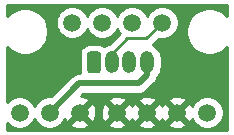
<source format=gbr>
%TF.GenerationSoftware,KiCad,Pcbnew,5.1.9-73d0e3b20d~88~ubuntu20.04.1*%
%TF.CreationDate,2020-12-29T15:59:37-08:00*%
%TF.ProjectId,ld06_adapter,6c643036-5f61-4646-9170-7465722e6b69,A*%
%TF.SameCoordinates,Original*%
%TF.FileFunction,Copper,L2,Bot*%
%TF.FilePolarity,Positive*%
%FSLAX46Y46*%
G04 Gerber Fmt 4.6, Leading zero omitted, Abs format (unit mm)*
G04 Created by KiCad (PCBNEW 5.1.9-73d0e3b20d~88~ubuntu20.04.1) date 2020-12-29 15:59:37*
%MOMM*%
%LPD*%
G01*
G04 APERTURE LIST*
%TA.AperFunction,ComponentPad*%
%ADD10C,1.520000*%
%TD*%
%TA.AperFunction,ComponentPad*%
%ADD11O,1.170000X1.870000*%
%TD*%
%TA.AperFunction,Conductor*%
%ADD12C,0.250000*%
%TD*%
%TA.AperFunction,Conductor*%
%ADD13C,0.500000*%
%TD*%
%TA.AperFunction,Conductor*%
%ADD14C,0.254000*%
%TD*%
%TA.AperFunction,Conductor*%
%ADD15C,0.100000*%
%TD*%
G04 APERTURE END LIST*
D10*
%TO.P,CN1,11*%
%TO.N,/PWM*%
X103810000Y-96190000D03*
%TO.P,CN1,10*%
%TO.N,Net-(CN1-Pad10)*%
X101270000Y-96190000D03*
%TO.P,CN1,9*%
%TO.N,Net-(CN1-Pad9)*%
X98730000Y-96190000D03*
%TO.P,CN1,8*%
%TO.N,Net-(CN1-Pad8)*%
X96190000Y-96190000D03*
%TO.P,CN1,7*%
%TO.N,/TX*%
X107620000Y-103810000D03*
%TO.P,CN1,6*%
%TO.N,/GND*%
X105080000Y-103810000D03*
%TO.P,CN1,5*%
X102540000Y-103810000D03*
%TO.P,CN1,4*%
X100000000Y-103810000D03*
%TO.P,CN1,3*%
X96825000Y-103810000D03*
%TO.P,CN1,2*%
%TO.N,/5V*%
X94285000Y-103810000D03*
%TO.P,CN1,1*%
%TO.N,Net-(CN1-Pad1)*%
X91745000Y-103810000D03*
%TD*%
D11*
%TO.P,CN2,4*%
%TO.N,/5V*%
X102544000Y-99568000D03*
%TO.P,CN2,3*%
%TO.N,/GND*%
X101044000Y-99568000D03*
%TO.P,CN2,2*%
%TO.N,/PWM*%
X99544000Y-99568000D03*
%TO.P,CN2,1*%
%TO.N,/TX*%
%TA.AperFunction,ComponentPad*%
G36*
G01*
X97459000Y-100253001D02*
X97459000Y-98882999D01*
G75*
G02*
X97708999Y-98633000I249999J0D01*
G01*
X98379001Y-98633000D01*
G75*
G02*
X98629000Y-98882999I0J-249999D01*
G01*
X98629000Y-100253001D01*
G75*
G02*
X98379001Y-100503000I-249999J0D01*
G01*
X97708999Y-100503000D01*
G75*
G02*
X97459000Y-100253001I0J249999D01*
G01*
G37*
%TD.AperFunction*%
%TD*%
D12*
%TO.N,/PWM*%
X99544000Y-99568000D02*
X99544000Y-98830000D01*
X99544000Y-98830000D02*
X100838000Y-97536000D01*
X102464000Y-97536000D02*
X103810000Y-96190000D01*
X100838000Y-97536000D02*
X102464000Y-97536000D01*
D13*
%TO.N,/GND*%
X101092000Y-99616000D02*
X101044000Y-99568000D01*
%TO.N,/5V*%
X102544000Y-99568000D02*
X102544000Y-100656000D01*
X102544000Y-100656000D02*
X101854000Y-101346000D01*
X96749000Y-101346000D02*
X94285000Y-103810000D01*
X101854000Y-101346000D02*
X96749000Y-101346000D01*
%TD*%
D14*
%TO.N,/GND*%
X109315000Y-95635285D02*
X109082864Y-95403149D01*
X108757750Y-95185915D01*
X108396503Y-95036282D01*
X108013005Y-94960000D01*
X107621995Y-94960000D01*
X107238497Y-95036282D01*
X106877250Y-95185915D01*
X106552136Y-95403149D01*
X106275649Y-95679636D01*
X106058415Y-96004750D01*
X105908782Y-96365997D01*
X105832500Y-96749495D01*
X105832500Y-97140505D01*
X105908782Y-97524003D01*
X106058415Y-97885250D01*
X106275649Y-98210364D01*
X106552136Y-98486851D01*
X106877250Y-98704085D01*
X107238497Y-98853718D01*
X107621995Y-98930000D01*
X108013005Y-98930000D01*
X108396503Y-98853718D01*
X108757750Y-98704085D01*
X109082864Y-98486851D01*
X109315000Y-98254715D01*
X109315001Y-105315000D01*
X90685000Y-105315000D01*
X90685000Y-104722828D01*
X90855739Y-104893567D01*
X91084220Y-105046233D01*
X91338093Y-105151391D01*
X91607604Y-105205000D01*
X91882396Y-105205000D01*
X92151907Y-105151391D01*
X92405780Y-105046233D01*
X92634261Y-104893567D01*
X92828567Y-104699261D01*
X92981233Y-104470780D01*
X93015000Y-104389260D01*
X93048767Y-104470780D01*
X93201433Y-104699261D01*
X93395739Y-104893567D01*
X93624220Y-105046233D01*
X93878093Y-105151391D01*
X94147604Y-105205000D01*
X94422396Y-105205000D01*
X94691907Y-105151391D01*
X94945780Y-105046233D01*
X95174261Y-104893567D01*
X95293691Y-104774137D01*
X96040469Y-104774137D01*
X96107206Y-105014025D01*
X96355892Y-105130924D01*
X96622606Y-105197061D01*
X96897097Y-105209895D01*
X97168817Y-105168931D01*
X97427326Y-105075744D01*
X97542794Y-105014025D01*
X97609531Y-104774137D01*
X99215469Y-104774137D01*
X99282206Y-105014025D01*
X99530892Y-105130924D01*
X99797606Y-105197061D01*
X100072097Y-105209895D01*
X100343817Y-105168931D01*
X100602326Y-105075744D01*
X100717794Y-105014025D01*
X100784531Y-104774137D01*
X101755469Y-104774137D01*
X101822206Y-105014025D01*
X102070892Y-105130924D01*
X102337606Y-105197061D01*
X102612097Y-105209895D01*
X102883817Y-105168931D01*
X103142326Y-105075744D01*
X103257794Y-105014025D01*
X103324531Y-104774137D01*
X104295469Y-104774137D01*
X104362206Y-105014025D01*
X104610892Y-105130924D01*
X104877606Y-105197061D01*
X105152097Y-105209895D01*
X105423817Y-105168931D01*
X105682326Y-105075744D01*
X105797794Y-105014025D01*
X105864531Y-104774137D01*
X105080000Y-103989605D01*
X104295469Y-104774137D01*
X103324531Y-104774137D01*
X102540000Y-103989605D01*
X101755469Y-104774137D01*
X100784531Y-104774137D01*
X100000000Y-103989605D01*
X99215469Y-104774137D01*
X97609531Y-104774137D01*
X96825000Y-103989605D01*
X96040469Y-104774137D01*
X95293691Y-104774137D01*
X95368567Y-104699261D01*
X95521233Y-104470780D01*
X95552830Y-104394499D01*
X95559256Y-104412326D01*
X95620975Y-104527794D01*
X95860863Y-104594531D01*
X96645395Y-103810000D01*
X97004605Y-103810000D01*
X97789137Y-104594531D01*
X98029025Y-104527794D01*
X98145924Y-104279108D01*
X98212061Y-104012394D01*
X98218153Y-103882097D01*
X98600105Y-103882097D01*
X98641069Y-104153817D01*
X98734256Y-104412326D01*
X98795975Y-104527794D01*
X99035863Y-104594531D01*
X99820395Y-103810000D01*
X100179605Y-103810000D01*
X100964137Y-104594531D01*
X101204025Y-104527794D01*
X101267332Y-104393118D01*
X101274256Y-104412326D01*
X101335975Y-104527794D01*
X101575863Y-104594531D01*
X102360395Y-103810000D01*
X102719605Y-103810000D01*
X103504137Y-104594531D01*
X103744025Y-104527794D01*
X103807332Y-104393118D01*
X103814256Y-104412326D01*
X103875975Y-104527794D01*
X104115863Y-104594531D01*
X104900395Y-103810000D01*
X105259605Y-103810000D01*
X106044137Y-104594531D01*
X106284025Y-104527794D01*
X106349600Y-104388293D01*
X106383767Y-104470780D01*
X106536433Y-104699261D01*
X106730739Y-104893567D01*
X106959220Y-105046233D01*
X107213093Y-105151391D01*
X107482604Y-105205000D01*
X107757396Y-105205000D01*
X108026907Y-105151391D01*
X108280780Y-105046233D01*
X108509261Y-104893567D01*
X108703567Y-104699261D01*
X108856233Y-104470780D01*
X108961391Y-104216907D01*
X109015000Y-103947396D01*
X109015000Y-103672604D01*
X108961391Y-103403093D01*
X108856233Y-103149220D01*
X108703567Y-102920739D01*
X108509261Y-102726433D01*
X108280780Y-102573767D01*
X108026907Y-102468609D01*
X107757396Y-102415000D01*
X107482604Y-102415000D01*
X107213093Y-102468609D01*
X106959220Y-102573767D01*
X106730739Y-102726433D01*
X106536433Y-102920739D01*
X106383767Y-103149220D01*
X106352170Y-103225501D01*
X106345744Y-103207674D01*
X106284025Y-103092206D01*
X106044137Y-103025469D01*
X105259605Y-103810000D01*
X104900395Y-103810000D01*
X104115863Y-103025469D01*
X103875975Y-103092206D01*
X103812668Y-103226882D01*
X103805744Y-103207674D01*
X103744025Y-103092206D01*
X103504137Y-103025469D01*
X102719605Y-103810000D01*
X102360395Y-103810000D01*
X101575863Y-103025469D01*
X101335975Y-103092206D01*
X101272668Y-103226882D01*
X101265744Y-103207674D01*
X101204025Y-103092206D01*
X100964137Y-103025469D01*
X100179605Y-103810000D01*
X99820395Y-103810000D01*
X99035863Y-103025469D01*
X98795975Y-103092206D01*
X98679076Y-103340892D01*
X98612939Y-103607606D01*
X98600105Y-103882097D01*
X98218153Y-103882097D01*
X98224895Y-103737903D01*
X98183931Y-103466183D01*
X98090744Y-103207674D01*
X98029025Y-103092206D01*
X97789137Y-103025469D01*
X97004605Y-103810000D01*
X96645395Y-103810000D01*
X96631252Y-103795858D01*
X96810858Y-103616252D01*
X96825000Y-103630395D01*
X97609531Y-102845863D01*
X99215469Y-102845863D01*
X100000000Y-103630395D01*
X100784531Y-102845863D01*
X101755469Y-102845863D01*
X102540000Y-103630395D01*
X103324531Y-102845863D01*
X104295469Y-102845863D01*
X105080000Y-103630395D01*
X105864531Y-102845863D01*
X105797794Y-102605975D01*
X105549108Y-102489076D01*
X105282394Y-102422939D01*
X105007903Y-102410105D01*
X104736183Y-102451069D01*
X104477674Y-102544256D01*
X104362206Y-102605975D01*
X104295469Y-102845863D01*
X103324531Y-102845863D01*
X103257794Y-102605975D01*
X103009108Y-102489076D01*
X102742394Y-102422939D01*
X102467903Y-102410105D01*
X102196183Y-102451069D01*
X101937674Y-102544256D01*
X101822206Y-102605975D01*
X101755469Y-102845863D01*
X100784531Y-102845863D01*
X100717794Y-102605975D01*
X100469108Y-102489076D01*
X100202394Y-102422939D01*
X99927903Y-102410105D01*
X99656183Y-102451069D01*
X99397674Y-102544256D01*
X99282206Y-102605975D01*
X99215469Y-102845863D01*
X97609531Y-102845863D01*
X97542794Y-102605975D01*
X97294108Y-102489076D01*
X97027394Y-102422939D01*
X96928274Y-102418305D01*
X97115579Y-102231000D01*
X101810531Y-102231000D01*
X101854000Y-102235281D01*
X101897469Y-102231000D01*
X101897477Y-102231000D01*
X102027490Y-102218195D01*
X102194313Y-102167589D01*
X102348059Y-102085411D01*
X102482817Y-101974817D01*
X102510534Y-101941044D01*
X103139049Y-101312530D01*
X103172817Y-101284817D01*
X103283411Y-101150059D01*
X103365589Y-100996313D01*
X103416195Y-100829490D01*
X103421922Y-100771346D01*
X103563301Y-100599075D01*
X103676587Y-100387133D01*
X103746348Y-100157161D01*
X103764000Y-99977934D01*
X103764000Y-99158065D01*
X103746348Y-98978838D01*
X103676587Y-98748867D01*
X103563301Y-98536925D01*
X103410844Y-98351156D01*
X103225074Y-98198699D01*
X103013132Y-98085413D01*
X102998092Y-98080851D01*
X103004001Y-98076001D01*
X103027803Y-98046998D01*
X103520131Y-97554671D01*
X103672604Y-97585000D01*
X103947396Y-97585000D01*
X104216907Y-97531391D01*
X104470780Y-97426233D01*
X104699261Y-97273567D01*
X104893567Y-97079261D01*
X105046233Y-96850780D01*
X105151391Y-96596907D01*
X105205000Y-96327396D01*
X105205000Y-96052604D01*
X105151391Y-95783093D01*
X105046233Y-95529220D01*
X104893567Y-95300739D01*
X104699261Y-95106433D01*
X104470780Y-94953767D01*
X104216907Y-94848609D01*
X103947396Y-94795000D01*
X103672604Y-94795000D01*
X103403093Y-94848609D01*
X103149220Y-94953767D01*
X102920739Y-95106433D01*
X102726433Y-95300739D01*
X102573767Y-95529220D01*
X102540000Y-95610740D01*
X102506233Y-95529220D01*
X102353567Y-95300739D01*
X102159261Y-95106433D01*
X101930780Y-94953767D01*
X101676907Y-94848609D01*
X101407396Y-94795000D01*
X101132604Y-94795000D01*
X100863093Y-94848609D01*
X100609220Y-94953767D01*
X100380739Y-95106433D01*
X100186433Y-95300739D01*
X100033767Y-95529220D01*
X100000000Y-95610740D01*
X99966233Y-95529220D01*
X99813567Y-95300739D01*
X99619261Y-95106433D01*
X99390780Y-94953767D01*
X99136907Y-94848609D01*
X98867396Y-94795000D01*
X98592604Y-94795000D01*
X98323093Y-94848609D01*
X98069220Y-94953767D01*
X97840739Y-95106433D01*
X97646433Y-95300739D01*
X97493767Y-95529220D01*
X97460000Y-95610740D01*
X97426233Y-95529220D01*
X97273567Y-95300739D01*
X97079261Y-95106433D01*
X96850780Y-94953767D01*
X96596907Y-94848609D01*
X96327396Y-94795000D01*
X96052604Y-94795000D01*
X95783093Y-94848609D01*
X95529220Y-94953767D01*
X95300739Y-95106433D01*
X95106433Y-95300739D01*
X94953767Y-95529220D01*
X94848609Y-95783093D01*
X94795000Y-96052604D01*
X94795000Y-96327396D01*
X94848609Y-96596907D01*
X94953767Y-96850780D01*
X95106433Y-97079261D01*
X95300739Y-97273567D01*
X95529220Y-97426233D01*
X95783093Y-97531391D01*
X96052604Y-97585000D01*
X96327396Y-97585000D01*
X96596907Y-97531391D01*
X96850780Y-97426233D01*
X97079261Y-97273567D01*
X97273567Y-97079261D01*
X97426233Y-96850780D01*
X97460000Y-96769260D01*
X97493767Y-96850780D01*
X97646433Y-97079261D01*
X97840739Y-97273567D01*
X98069220Y-97426233D01*
X98323093Y-97531391D01*
X98592604Y-97585000D01*
X98867396Y-97585000D01*
X99136907Y-97531391D01*
X99390780Y-97426233D01*
X99619261Y-97273567D01*
X99813567Y-97079261D01*
X99966233Y-96850780D01*
X100000000Y-96769260D01*
X100033767Y-96850780D01*
X100186433Y-97079261D01*
X100203185Y-97096013D01*
X99274276Y-98024923D01*
X99074867Y-98085413D01*
X98908578Y-98174297D01*
X98872387Y-98144595D01*
X98718851Y-98062528D01*
X98552255Y-98011992D01*
X98379001Y-97994928D01*
X97708999Y-97994928D01*
X97535745Y-98011992D01*
X97369149Y-98062528D01*
X97215613Y-98144595D01*
X97081038Y-98255038D01*
X96970595Y-98389613D01*
X96888528Y-98543149D01*
X96837992Y-98709745D01*
X96820928Y-98882999D01*
X96820928Y-100253001D01*
X96837992Y-100426255D01*
X96848532Y-100461000D01*
X96792465Y-100461000D01*
X96748999Y-100456719D01*
X96705533Y-100461000D01*
X96705523Y-100461000D01*
X96575510Y-100473805D01*
X96408687Y-100524411D01*
X96254941Y-100606589D01*
X96254939Y-100606590D01*
X96254940Y-100606590D01*
X96153953Y-100689468D01*
X96153951Y-100689470D01*
X96120183Y-100717183D01*
X96092470Y-100750951D01*
X94427422Y-102416000D01*
X94422396Y-102415000D01*
X94147604Y-102415000D01*
X93878093Y-102468609D01*
X93624220Y-102573767D01*
X93395739Y-102726433D01*
X93201433Y-102920739D01*
X93048767Y-103149220D01*
X93015000Y-103230740D01*
X92981233Y-103149220D01*
X92828567Y-102920739D01*
X92634261Y-102726433D01*
X92405780Y-102573767D01*
X92151907Y-102468609D01*
X91882396Y-102415000D01*
X91607604Y-102415000D01*
X91338093Y-102468609D01*
X91084220Y-102573767D01*
X90855739Y-102726433D01*
X90685000Y-102897172D01*
X90685000Y-98254715D01*
X90917136Y-98486851D01*
X91242250Y-98704085D01*
X91603497Y-98853718D01*
X91986995Y-98930000D01*
X92378005Y-98930000D01*
X92761503Y-98853718D01*
X93122750Y-98704085D01*
X93447864Y-98486851D01*
X93724351Y-98210364D01*
X93941585Y-97885250D01*
X94091218Y-97524003D01*
X94167500Y-97140505D01*
X94167500Y-96749495D01*
X94091218Y-96365997D01*
X93941585Y-96004750D01*
X93724351Y-95679636D01*
X93447864Y-95403149D01*
X93122750Y-95185915D01*
X92761503Y-95036282D01*
X92378005Y-94960000D01*
X91986995Y-94960000D01*
X91603497Y-95036282D01*
X91242250Y-95185915D01*
X90917136Y-95403149D01*
X90685000Y-95635285D01*
X90685000Y-94685000D01*
X109315000Y-94685000D01*
X109315000Y-95635285D01*
%TA.AperFunction,Conductor*%
D15*
G36*
X109315000Y-95635285D02*
G01*
X109082864Y-95403149D01*
X108757750Y-95185915D01*
X108396503Y-95036282D01*
X108013005Y-94960000D01*
X107621995Y-94960000D01*
X107238497Y-95036282D01*
X106877250Y-95185915D01*
X106552136Y-95403149D01*
X106275649Y-95679636D01*
X106058415Y-96004750D01*
X105908782Y-96365997D01*
X105832500Y-96749495D01*
X105832500Y-97140505D01*
X105908782Y-97524003D01*
X106058415Y-97885250D01*
X106275649Y-98210364D01*
X106552136Y-98486851D01*
X106877250Y-98704085D01*
X107238497Y-98853718D01*
X107621995Y-98930000D01*
X108013005Y-98930000D01*
X108396503Y-98853718D01*
X108757750Y-98704085D01*
X109082864Y-98486851D01*
X109315000Y-98254715D01*
X109315001Y-105315000D01*
X90685000Y-105315000D01*
X90685000Y-104722828D01*
X90855739Y-104893567D01*
X91084220Y-105046233D01*
X91338093Y-105151391D01*
X91607604Y-105205000D01*
X91882396Y-105205000D01*
X92151907Y-105151391D01*
X92405780Y-105046233D01*
X92634261Y-104893567D01*
X92828567Y-104699261D01*
X92981233Y-104470780D01*
X93015000Y-104389260D01*
X93048767Y-104470780D01*
X93201433Y-104699261D01*
X93395739Y-104893567D01*
X93624220Y-105046233D01*
X93878093Y-105151391D01*
X94147604Y-105205000D01*
X94422396Y-105205000D01*
X94691907Y-105151391D01*
X94945780Y-105046233D01*
X95174261Y-104893567D01*
X95293691Y-104774137D01*
X96040469Y-104774137D01*
X96107206Y-105014025D01*
X96355892Y-105130924D01*
X96622606Y-105197061D01*
X96897097Y-105209895D01*
X97168817Y-105168931D01*
X97427326Y-105075744D01*
X97542794Y-105014025D01*
X97609531Y-104774137D01*
X99215469Y-104774137D01*
X99282206Y-105014025D01*
X99530892Y-105130924D01*
X99797606Y-105197061D01*
X100072097Y-105209895D01*
X100343817Y-105168931D01*
X100602326Y-105075744D01*
X100717794Y-105014025D01*
X100784531Y-104774137D01*
X101755469Y-104774137D01*
X101822206Y-105014025D01*
X102070892Y-105130924D01*
X102337606Y-105197061D01*
X102612097Y-105209895D01*
X102883817Y-105168931D01*
X103142326Y-105075744D01*
X103257794Y-105014025D01*
X103324531Y-104774137D01*
X104295469Y-104774137D01*
X104362206Y-105014025D01*
X104610892Y-105130924D01*
X104877606Y-105197061D01*
X105152097Y-105209895D01*
X105423817Y-105168931D01*
X105682326Y-105075744D01*
X105797794Y-105014025D01*
X105864531Y-104774137D01*
X105080000Y-103989605D01*
X104295469Y-104774137D01*
X103324531Y-104774137D01*
X102540000Y-103989605D01*
X101755469Y-104774137D01*
X100784531Y-104774137D01*
X100000000Y-103989605D01*
X99215469Y-104774137D01*
X97609531Y-104774137D01*
X96825000Y-103989605D01*
X96040469Y-104774137D01*
X95293691Y-104774137D01*
X95368567Y-104699261D01*
X95521233Y-104470780D01*
X95552830Y-104394499D01*
X95559256Y-104412326D01*
X95620975Y-104527794D01*
X95860863Y-104594531D01*
X96645395Y-103810000D01*
X97004605Y-103810000D01*
X97789137Y-104594531D01*
X98029025Y-104527794D01*
X98145924Y-104279108D01*
X98212061Y-104012394D01*
X98218153Y-103882097D01*
X98600105Y-103882097D01*
X98641069Y-104153817D01*
X98734256Y-104412326D01*
X98795975Y-104527794D01*
X99035863Y-104594531D01*
X99820395Y-103810000D01*
X100179605Y-103810000D01*
X100964137Y-104594531D01*
X101204025Y-104527794D01*
X101267332Y-104393118D01*
X101274256Y-104412326D01*
X101335975Y-104527794D01*
X101575863Y-104594531D01*
X102360395Y-103810000D01*
X102719605Y-103810000D01*
X103504137Y-104594531D01*
X103744025Y-104527794D01*
X103807332Y-104393118D01*
X103814256Y-104412326D01*
X103875975Y-104527794D01*
X104115863Y-104594531D01*
X104900395Y-103810000D01*
X105259605Y-103810000D01*
X106044137Y-104594531D01*
X106284025Y-104527794D01*
X106349600Y-104388293D01*
X106383767Y-104470780D01*
X106536433Y-104699261D01*
X106730739Y-104893567D01*
X106959220Y-105046233D01*
X107213093Y-105151391D01*
X107482604Y-105205000D01*
X107757396Y-105205000D01*
X108026907Y-105151391D01*
X108280780Y-105046233D01*
X108509261Y-104893567D01*
X108703567Y-104699261D01*
X108856233Y-104470780D01*
X108961391Y-104216907D01*
X109015000Y-103947396D01*
X109015000Y-103672604D01*
X108961391Y-103403093D01*
X108856233Y-103149220D01*
X108703567Y-102920739D01*
X108509261Y-102726433D01*
X108280780Y-102573767D01*
X108026907Y-102468609D01*
X107757396Y-102415000D01*
X107482604Y-102415000D01*
X107213093Y-102468609D01*
X106959220Y-102573767D01*
X106730739Y-102726433D01*
X106536433Y-102920739D01*
X106383767Y-103149220D01*
X106352170Y-103225501D01*
X106345744Y-103207674D01*
X106284025Y-103092206D01*
X106044137Y-103025469D01*
X105259605Y-103810000D01*
X104900395Y-103810000D01*
X104115863Y-103025469D01*
X103875975Y-103092206D01*
X103812668Y-103226882D01*
X103805744Y-103207674D01*
X103744025Y-103092206D01*
X103504137Y-103025469D01*
X102719605Y-103810000D01*
X102360395Y-103810000D01*
X101575863Y-103025469D01*
X101335975Y-103092206D01*
X101272668Y-103226882D01*
X101265744Y-103207674D01*
X101204025Y-103092206D01*
X100964137Y-103025469D01*
X100179605Y-103810000D01*
X99820395Y-103810000D01*
X99035863Y-103025469D01*
X98795975Y-103092206D01*
X98679076Y-103340892D01*
X98612939Y-103607606D01*
X98600105Y-103882097D01*
X98218153Y-103882097D01*
X98224895Y-103737903D01*
X98183931Y-103466183D01*
X98090744Y-103207674D01*
X98029025Y-103092206D01*
X97789137Y-103025469D01*
X97004605Y-103810000D01*
X96645395Y-103810000D01*
X96631252Y-103795858D01*
X96810858Y-103616252D01*
X96825000Y-103630395D01*
X97609531Y-102845863D01*
X99215469Y-102845863D01*
X100000000Y-103630395D01*
X100784531Y-102845863D01*
X101755469Y-102845863D01*
X102540000Y-103630395D01*
X103324531Y-102845863D01*
X104295469Y-102845863D01*
X105080000Y-103630395D01*
X105864531Y-102845863D01*
X105797794Y-102605975D01*
X105549108Y-102489076D01*
X105282394Y-102422939D01*
X105007903Y-102410105D01*
X104736183Y-102451069D01*
X104477674Y-102544256D01*
X104362206Y-102605975D01*
X104295469Y-102845863D01*
X103324531Y-102845863D01*
X103257794Y-102605975D01*
X103009108Y-102489076D01*
X102742394Y-102422939D01*
X102467903Y-102410105D01*
X102196183Y-102451069D01*
X101937674Y-102544256D01*
X101822206Y-102605975D01*
X101755469Y-102845863D01*
X100784531Y-102845863D01*
X100717794Y-102605975D01*
X100469108Y-102489076D01*
X100202394Y-102422939D01*
X99927903Y-102410105D01*
X99656183Y-102451069D01*
X99397674Y-102544256D01*
X99282206Y-102605975D01*
X99215469Y-102845863D01*
X97609531Y-102845863D01*
X97542794Y-102605975D01*
X97294108Y-102489076D01*
X97027394Y-102422939D01*
X96928274Y-102418305D01*
X97115579Y-102231000D01*
X101810531Y-102231000D01*
X101854000Y-102235281D01*
X101897469Y-102231000D01*
X101897477Y-102231000D01*
X102027490Y-102218195D01*
X102194313Y-102167589D01*
X102348059Y-102085411D01*
X102482817Y-101974817D01*
X102510534Y-101941044D01*
X103139049Y-101312530D01*
X103172817Y-101284817D01*
X103283411Y-101150059D01*
X103365589Y-100996313D01*
X103416195Y-100829490D01*
X103421922Y-100771346D01*
X103563301Y-100599075D01*
X103676587Y-100387133D01*
X103746348Y-100157161D01*
X103764000Y-99977934D01*
X103764000Y-99158065D01*
X103746348Y-98978838D01*
X103676587Y-98748867D01*
X103563301Y-98536925D01*
X103410844Y-98351156D01*
X103225074Y-98198699D01*
X103013132Y-98085413D01*
X102998092Y-98080851D01*
X103004001Y-98076001D01*
X103027803Y-98046998D01*
X103520131Y-97554671D01*
X103672604Y-97585000D01*
X103947396Y-97585000D01*
X104216907Y-97531391D01*
X104470780Y-97426233D01*
X104699261Y-97273567D01*
X104893567Y-97079261D01*
X105046233Y-96850780D01*
X105151391Y-96596907D01*
X105205000Y-96327396D01*
X105205000Y-96052604D01*
X105151391Y-95783093D01*
X105046233Y-95529220D01*
X104893567Y-95300739D01*
X104699261Y-95106433D01*
X104470780Y-94953767D01*
X104216907Y-94848609D01*
X103947396Y-94795000D01*
X103672604Y-94795000D01*
X103403093Y-94848609D01*
X103149220Y-94953767D01*
X102920739Y-95106433D01*
X102726433Y-95300739D01*
X102573767Y-95529220D01*
X102540000Y-95610740D01*
X102506233Y-95529220D01*
X102353567Y-95300739D01*
X102159261Y-95106433D01*
X101930780Y-94953767D01*
X101676907Y-94848609D01*
X101407396Y-94795000D01*
X101132604Y-94795000D01*
X100863093Y-94848609D01*
X100609220Y-94953767D01*
X100380739Y-95106433D01*
X100186433Y-95300739D01*
X100033767Y-95529220D01*
X100000000Y-95610740D01*
X99966233Y-95529220D01*
X99813567Y-95300739D01*
X99619261Y-95106433D01*
X99390780Y-94953767D01*
X99136907Y-94848609D01*
X98867396Y-94795000D01*
X98592604Y-94795000D01*
X98323093Y-94848609D01*
X98069220Y-94953767D01*
X97840739Y-95106433D01*
X97646433Y-95300739D01*
X97493767Y-95529220D01*
X97460000Y-95610740D01*
X97426233Y-95529220D01*
X97273567Y-95300739D01*
X97079261Y-95106433D01*
X96850780Y-94953767D01*
X96596907Y-94848609D01*
X96327396Y-94795000D01*
X96052604Y-94795000D01*
X95783093Y-94848609D01*
X95529220Y-94953767D01*
X95300739Y-95106433D01*
X95106433Y-95300739D01*
X94953767Y-95529220D01*
X94848609Y-95783093D01*
X94795000Y-96052604D01*
X94795000Y-96327396D01*
X94848609Y-96596907D01*
X94953767Y-96850780D01*
X95106433Y-97079261D01*
X95300739Y-97273567D01*
X95529220Y-97426233D01*
X95783093Y-97531391D01*
X96052604Y-97585000D01*
X96327396Y-97585000D01*
X96596907Y-97531391D01*
X96850780Y-97426233D01*
X97079261Y-97273567D01*
X97273567Y-97079261D01*
X97426233Y-96850780D01*
X97460000Y-96769260D01*
X97493767Y-96850780D01*
X97646433Y-97079261D01*
X97840739Y-97273567D01*
X98069220Y-97426233D01*
X98323093Y-97531391D01*
X98592604Y-97585000D01*
X98867396Y-97585000D01*
X99136907Y-97531391D01*
X99390780Y-97426233D01*
X99619261Y-97273567D01*
X99813567Y-97079261D01*
X99966233Y-96850780D01*
X100000000Y-96769260D01*
X100033767Y-96850780D01*
X100186433Y-97079261D01*
X100203185Y-97096013D01*
X99274276Y-98024923D01*
X99074867Y-98085413D01*
X98908578Y-98174297D01*
X98872387Y-98144595D01*
X98718851Y-98062528D01*
X98552255Y-98011992D01*
X98379001Y-97994928D01*
X97708999Y-97994928D01*
X97535745Y-98011992D01*
X97369149Y-98062528D01*
X97215613Y-98144595D01*
X97081038Y-98255038D01*
X96970595Y-98389613D01*
X96888528Y-98543149D01*
X96837992Y-98709745D01*
X96820928Y-98882999D01*
X96820928Y-100253001D01*
X96837992Y-100426255D01*
X96848532Y-100461000D01*
X96792465Y-100461000D01*
X96748999Y-100456719D01*
X96705533Y-100461000D01*
X96705523Y-100461000D01*
X96575510Y-100473805D01*
X96408687Y-100524411D01*
X96254941Y-100606589D01*
X96254939Y-100606590D01*
X96254940Y-100606590D01*
X96153953Y-100689468D01*
X96153951Y-100689470D01*
X96120183Y-100717183D01*
X96092470Y-100750951D01*
X94427422Y-102416000D01*
X94422396Y-102415000D01*
X94147604Y-102415000D01*
X93878093Y-102468609D01*
X93624220Y-102573767D01*
X93395739Y-102726433D01*
X93201433Y-102920739D01*
X93048767Y-103149220D01*
X93015000Y-103230740D01*
X92981233Y-103149220D01*
X92828567Y-102920739D01*
X92634261Y-102726433D01*
X92405780Y-102573767D01*
X92151907Y-102468609D01*
X91882396Y-102415000D01*
X91607604Y-102415000D01*
X91338093Y-102468609D01*
X91084220Y-102573767D01*
X90855739Y-102726433D01*
X90685000Y-102897172D01*
X90685000Y-98254715D01*
X90917136Y-98486851D01*
X91242250Y-98704085D01*
X91603497Y-98853718D01*
X91986995Y-98930000D01*
X92378005Y-98930000D01*
X92761503Y-98853718D01*
X93122750Y-98704085D01*
X93447864Y-98486851D01*
X93724351Y-98210364D01*
X93941585Y-97885250D01*
X94091218Y-97524003D01*
X94167500Y-97140505D01*
X94167500Y-96749495D01*
X94091218Y-96365997D01*
X93941585Y-96004750D01*
X93724351Y-95679636D01*
X93447864Y-95403149D01*
X93122750Y-95185915D01*
X92761503Y-95036282D01*
X92378005Y-94960000D01*
X91986995Y-94960000D01*
X91603497Y-95036282D01*
X91242250Y-95185915D01*
X90917136Y-95403149D01*
X90685000Y-95635285D01*
X90685000Y-94685000D01*
X109315000Y-94685000D01*
X109315000Y-95635285D01*
G37*
%TD.AperFunction*%
D14*
X101171000Y-99441000D02*
X101191000Y-99441000D01*
X101191000Y-99695000D01*
X101171000Y-99695000D01*
X101171000Y-99715000D01*
X100917000Y-99715000D01*
X100917000Y-99695000D01*
X100897000Y-99695000D01*
X100897000Y-99441000D01*
X100917000Y-99441000D01*
X100917000Y-99421000D01*
X101171000Y-99421000D01*
X101171000Y-99441000D01*
%TA.AperFunction,Conductor*%
D15*
G36*
X101171000Y-99441000D02*
G01*
X101191000Y-99441000D01*
X101191000Y-99695000D01*
X101171000Y-99695000D01*
X101171000Y-99715000D01*
X100917000Y-99715000D01*
X100917000Y-99695000D01*
X100897000Y-99695000D01*
X100897000Y-99441000D01*
X100917000Y-99441000D01*
X100917000Y-99421000D01*
X101171000Y-99421000D01*
X101171000Y-99441000D01*
G37*
%TD.AperFunction*%
%TD*%
M02*

</source>
